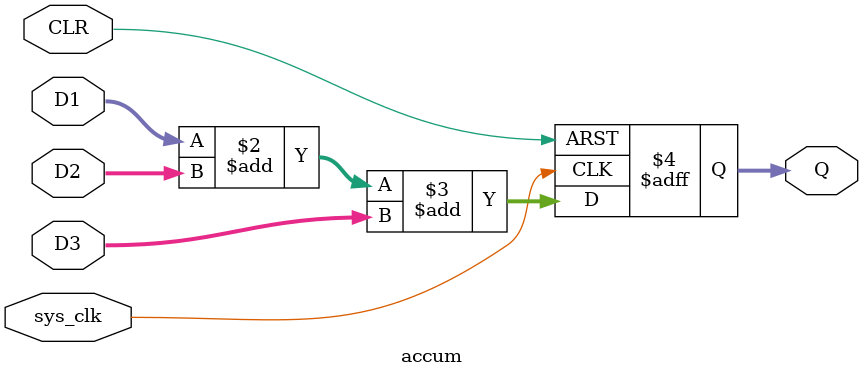
<source format=v>
`timescale 1ns / 1ps


module accum (sys_clk, CLR, D1, D2, D3, Q); 
input sys_clk, CLR; 
input signed [9:0] D1; 
input signed [9:0] D2; 
input signed [9:0] D3; 
output reg signed [9:0] Q; 
//reg    [7:0] tmp;  

  always @(posedge sys_clk or posedge CLR) 
    begin 
      if (CLR) 
        Q = 10'b0000; 
      else 
        Q = D1+D2+D3; 
//        $display("%b + %b + %b = %b",D1,D2,D3,tmp);
    end 
//  assign Q = tmp; 
endmodule 

</source>
